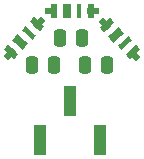
<source format=gbr>
%TF.GenerationSoftware,KiCad,Pcbnew,9.0.3*%
%TF.CreationDate,2025-07-23T15:55:15-05:00*%
%TF.ProjectId,NeoSword_Toplight,4e656f53-776f-4726-945f-546f706c6967,rev?*%
%TF.SameCoordinates,Original*%
%TF.FileFunction,Paste,Bot*%
%TF.FilePolarity,Positive*%
%FSLAX46Y46*%
G04 Gerber Fmt 4.6, Leading zero omitted, Abs format (unit mm)*
G04 Created by KiCad (PCBNEW 9.0.3) date 2025-07-23 15:55:15*
%MOMM*%
%LPD*%
G01*
G04 APERTURE LIST*
G04 Aperture macros list*
%AMRoundRect*
0 Rectangle with rounded corners*
0 $1 Rounding radius*
0 $2 $3 $4 $5 $6 $7 $8 $9 X,Y pos of 4 corners*
0 Add a 4 corners polygon primitive as box body*
4,1,4,$2,$3,$4,$5,$6,$7,$8,$9,$2,$3,0*
0 Add four circle primitives for the rounded corners*
1,1,$1+$1,$2,$3*
1,1,$1+$1,$4,$5*
1,1,$1+$1,$6,$7*
1,1,$1+$1,$8,$9*
0 Add four rect primitives between the rounded corners*
20,1,$1+$1,$2,$3,$4,$5,0*
20,1,$1+$1,$4,$5,$6,$7,0*
20,1,$1+$1,$6,$7,$8,$9,0*
20,1,$1+$1,$8,$9,$2,$3,0*%
%AMRotRect*
0 Rectangle, with rotation*
0 The origin of the aperture is its center*
0 $1 length*
0 $2 width*
0 $3 Rotation angle, in degrees counterclockwise*
0 Add horizontal line*
21,1,$1,$2,0,0,$3*%
G04 Aperture macros list end*
%ADD10RotRect,1.000000X0.550000X47.000000*%
%ADD11RotRect,0.550000X1.200000X47.000000*%
%ADD12RotRect,0.450000X1.200000X47.000000*%
%ADD13RotRect,0.700000X1.200000X47.000000*%
%ADD14R,1.000000X2.510000*%
%ADD15RotRect,1.000000X0.550000X313.000000*%
%ADD16RotRect,0.550000X1.200000X313.000000*%
%ADD17RotRect,0.700000X1.200000X313.000000*%
%ADD18RotRect,0.450000X1.200000X313.000000*%
%ADD19R,1.000000X0.550000*%
%ADD20R,0.550000X1.200000*%
%ADD21R,0.700000X1.200000*%
%ADD22R,0.450000X1.200000*%
%ADD23RoundRect,0.250000X-0.250000X-0.475000X0.250000X-0.475000X0.250000X0.475000X-0.250000X0.475000X0*%
%ADD24RoundRect,0.250000X0.250000X0.475000X-0.250000X0.475000X-0.250000X-0.475000X0.250000X-0.475000X0*%
G04 APERTURE END LIST*
D10*
%TO.C,D1*%
X146110649Y-75406578D03*
D11*
X145909661Y-75526802D03*
D12*
X145227662Y-76258156D03*
D13*
X144528614Y-77007793D03*
D11*
X143761366Y-77830567D03*
D10*
X143662768Y-78046272D03*
%TD*%
D14*
%TO.C,J9*%
X151300000Y-85350000D03*
X148760000Y-82040000D03*
X146220000Y-85350000D03*
%TD*%
D15*
%TO.C,D3*%
X151676099Y-75457033D03*
D16*
X151884400Y-75570437D03*
D17*
X152651649Y-76393210D03*
D18*
X153350697Y-77142848D03*
D16*
X154032695Y-77874202D03*
D15*
X154138606Y-78083086D03*
%TD*%
D19*
%TO.C,D2*%
X147110000Y-74430000D03*
D20*
X147335000Y-74355000D03*
D21*
X148460000Y-74355000D03*
D22*
X149485000Y-74355000D03*
D20*
X150485000Y-74355000D03*
D19*
X150710000Y-74420000D03*
%TD*%
D23*
%TO.C,C3*%
X149960000Y-78945000D03*
X151860000Y-78945000D03*
%TD*%
D24*
%TO.C,C2*%
X149760000Y-76695000D03*
X147860000Y-76695000D03*
%TD*%
%TO.C,C1*%
X147410000Y-78995000D03*
X145510000Y-78995000D03*
%TD*%
M02*

</source>
